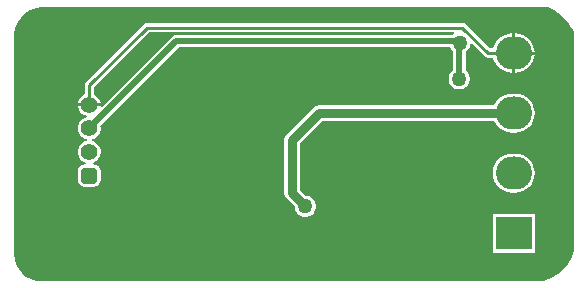
<source format=gbr>
G04*
G04 #@! TF.GenerationSoftware,Altium Limited,Altium Designer,23.0.1 (38)*
G04*
G04 Layer_Physical_Order=2*
G04 Layer_Color=16711680*
%FSLAX25Y25*%
%MOIN*%
G70*
G04*
G04 #@! TF.SameCoordinates,C317ACD7-2F99-4A28-9CC3-B5CC64B43C24*
G04*
G04*
G04 #@! TF.FilePolarity,Positive*
G04*
G01*
G75*
%ADD16C,0.01000*%
%ADD39C,0.03000*%
%ADD40C,0.02000*%
%ADD41O,0.12000X0.11000*%
%ADD42R,0.12000X0.11000*%
%ADD43C,0.05512*%
G04:AMPARAMS|DCode=44|XSize=55.12mil|YSize=55.12mil|CornerRadius=13.78mil|HoleSize=0mil|Usage=FLASHONLY|Rotation=90.000|XOffset=0mil|YOffset=0mil|HoleType=Round|Shape=RoundedRectangle|*
%AMROUNDEDRECTD44*
21,1,0.05512,0.02756,0,0,90.0*
21,1,0.02756,0.05512,0,0,90.0*
1,1,0.02756,0.01378,0.01378*
1,1,0.02756,0.01378,-0.01378*
1,1,0.02756,-0.01378,-0.01378*
1,1,0.02756,-0.01378,0.01378*
%
%ADD44ROUNDEDRECTD44*%
%ADD45C,0.05000*%
G36*
X466000Y457000D02*
X466695Y456676D01*
X468025Y455909D01*
X469282Y455029D01*
X470457Y454042D01*
X471543Y452957D01*
X472529Y451782D01*
X473409Y450525D01*
X474176Y449195D01*
X474500Y448500D01*
X474500D01*
X474500Y448500D01*
X474500Y375500D01*
X474233Y374618D01*
X473486Y372933D01*
X472539Y371352D01*
X471405Y369899D01*
X470101Y368595D01*
X468648Y367461D01*
X467067Y366514D01*
X465382Y365767D01*
X464500Y365500D01*
X297500D01*
X296268Y365500D01*
X295368Y365585D01*
X293637Y366104D01*
X292040Y366950D01*
X290638Y368091D01*
X289487Y369484D01*
X288629Y371075D01*
X288098Y372802D01*
X287915Y374600D01*
X288000Y375500D01*
X288000Y375500D01*
X288000Y447000D01*
Y447985D01*
X288384Y449917D01*
X289138Y451737D01*
X290232Y453375D01*
X291625Y454768D01*
X293263Y455862D01*
X295083Y456616D01*
X297015Y457000D01*
X298000Y457000D01*
X298000Y457000D01*
X466000Y457000D01*
D02*
G37*
%LPC*%
G36*
X454967Y448065D02*
D01*
Y442033D01*
X461449D01*
X461373Y442807D01*
X461001Y444033D01*
X460398Y445162D01*
X459585Y446151D01*
X458596Y446964D01*
X457466Y447567D01*
X456241Y447939D01*
X454967Y448065D01*
D02*
G37*
G36*
X461449Y441033D02*
X454967D01*
Y435002D01*
X456241Y435127D01*
X457466Y435499D01*
X458596Y436102D01*
X459585Y436915D01*
X460398Y437904D01*
X461001Y439034D01*
X461373Y440259D01*
X461449Y441033D01*
D02*
G37*
G36*
X437362Y451529D02*
X332177D01*
X331592Y451413D01*
X331096Y451081D01*
X311919Y431904D01*
X311587Y431408D01*
X311471Y430823D01*
Y427765D01*
X310694Y427317D01*
X309995Y426617D01*
X309500Y425761D01*
X309246Y424811D01*
X313000D01*
X316754D01*
X316500Y425761D01*
X316005Y426617D01*
X315306Y427317D01*
X314529Y427765D01*
Y430189D01*
X332811Y448471D01*
X434511D01*
X434645Y447971D01*
X434351Y447801D01*
X434089Y447539D01*
X342063D01*
X341283Y447384D01*
X340621Y446942D01*
X340621Y446942D01*
X317192Y423513D01*
X316744Y423772D01*
X316754Y423811D01*
X313000D01*
X309246D01*
X309500Y422861D01*
X309995Y422005D01*
X310694Y421306D01*
X311550Y420811D01*
X312215Y420633D01*
Y420115D01*
X311550Y419937D01*
X310694Y419443D01*
X309995Y418743D01*
X309500Y417887D01*
X309244Y416931D01*
Y415942D01*
X309500Y414987D01*
X309995Y414131D01*
X310694Y413432D01*
X311550Y412937D01*
X312215Y412759D01*
Y412241D01*
X311550Y412063D01*
X310694Y411568D01*
X309995Y410869D01*
X309500Y410013D01*
X309244Y409058D01*
Y408069D01*
X309500Y407113D01*
X309995Y406257D01*
X310694Y405557D01*
X311550Y405063D01*
X311818Y404991D01*
X311752Y404492D01*
X311622D01*
X310694Y404307D01*
X309908Y403781D01*
X309382Y402995D01*
X309197Y402067D01*
Y399311D01*
X309382Y398383D01*
X309908Y397597D01*
X310694Y397071D01*
X311622Y396886D01*
X314378D01*
X315306Y397071D01*
X316092Y397597D01*
X316618Y398383D01*
X316803Y399311D01*
Y402067D01*
X316618Y402995D01*
X316092Y403781D01*
X315306Y404307D01*
X314378Y404492D01*
X314248D01*
X314182Y404991D01*
X314450Y405063D01*
X315306Y405557D01*
X316005Y406257D01*
X316500Y407113D01*
X316756Y408069D01*
Y409058D01*
X316500Y410013D01*
X316005Y410869D01*
X315306Y411568D01*
X314450Y412063D01*
X313785Y412241D01*
Y412759D01*
X314450Y412937D01*
X315306Y413432D01*
X316005Y414131D01*
X316500Y414987D01*
X316756Y415942D01*
Y416931D01*
X316676Y417229D01*
X342908Y443461D01*
X433347D01*
X433699Y442851D01*
X434351Y442199D01*
X434374Y442186D01*
Y435821D01*
X434177Y435707D01*
X433525Y435055D01*
X433064Y434257D01*
X432826Y433367D01*
Y432446D01*
X433064Y431555D01*
X433525Y430757D01*
X434177Y430106D01*
X434975Y429645D01*
X435865Y429406D01*
X436787D01*
X437677Y429645D01*
X438475Y430106D01*
X439126Y430757D01*
X439587Y431555D01*
X439826Y432446D01*
Y433367D01*
X439587Y434257D01*
X439126Y435055D01*
X438475Y435707D01*
X438452Y435720D01*
Y442086D01*
X438649Y442199D01*
X439301Y442851D01*
X439761Y443649D01*
X439990Y444502D01*
X440224Y444639D01*
X440462Y444737D01*
X444747Y440452D01*
X445244Y440120D01*
X445829Y440004D01*
X447638D01*
X447933Y439034D01*
X448536Y437904D01*
X449348Y436915D01*
X450338Y436102D01*
X451467Y435499D01*
X452693Y435127D01*
X453967Y435002D01*
D01*
Y441533D01*
Y448065D01*
X452693Y447939D01*
X451467Y447567D01*
X450338Y446964D01*
X449348Y446151D01*
X448536Y445162D01*
X447933Y444033D01*
X447638Y443062D01*
X446462D01*
X438443Y451081D01*
X437947Y451413D01*
X437362Y451529D01*
D02*
G37*
G36*
X455000Y428031D02*
X454000D01*
X452726Y427906D01*
X451501Y427534D01*
X450371Y426931D01*
X449382Y426118D01*
X448569Y425129D01*
X447992Y424049D01*
X389500D01*
X388525Y423855D01*
X387698Y423302D01*
X378734Y414338D01*
X378181Y413511D01*
X377987Y412536D01*
Y394964D01*
X378181Y393988D01*
X378734Y393162D01*
X381500Y390395D01*
Y390039D01*
X381738Y389149D01*
X382199Y388351D01*
X382851Y387699D01*
X383649Y387239D01*
X384539Y387000D01*
X385461D01*
X386351Y387239D01*
X387149Y387699D01*
X387801Y388351D01*
X388262Y389149D01*
X388500Y390039D01*
Y390961D01*
X388262Y391851D01*
X387801Y392649D01*
X387149Y393301D01*
X386351Y393761D01*
X385461Y394000D01*
X385105D01*
X383085Y396020D01*
Y411480D01*
X390556Y418951D01*
X447992D01*
X448569Y417871D01*
X449382Y416882D01*
X450371Y416069D01*
X451501Y415466D01*
X452726Y415094D01*
X454000Y414968D01*
X455000D01*
X456274Y415094D01*
X457500Y415466D01*
X458629Y416069D01*
X459618Y416882D01*
X460431Y417871D01*
X461034Y419000D01*
X461406Y420226D01*
X461531Y421500D01*
X461406Y422774D01*
X461034Y424000D01*
X460431Y425129D01*
X459618Y426118D01*
X458629Y426931D01*
X457500Y427534D01*
X456274Y427906D01*
X455000Y428031D01*
D02*
G37*
G36*
X455006Y408025D02*
X454006D01*
X452732Y407900D01*
X451507Y407528D01*
X450378Y406924D01*
X449388Y406112D01*
X448575Y405123D01*
X447972Y403993D01*
X447600Y402768D01*
X447475Y401494D01*
X447600Y400220D01*
X447972Y398994D01*
X448575Y397865D01*
X449388Y396875D01*
X450378Y396063D01*
X451507Y395460D01*
X452732Y395088D01*
X454006Y394962D01*
X455006D01*
X456280Y395088D01*
X457506Y395460D01*
X458635Y396063D01*
X459625Y396875D01*
X460437Y397865D01*
X461040Y398994D01*
X461412Y400220D01*
X461538Y401494D01*
X461412Y402768D01*
X461040Y403993D01*
X460437Y405123D01*
X459625Y406112D01*
X458635Y406924D01*
X457506Y407528D01*
X456280Y407900D01*
X455006Y408025D01*
D02*
G37*
G36*
X461506Y387994D02*
X447506D01*
Y374994D01*
X461506D01*
Y387994D01*
D02*
G37*
%LPD*%
D16*
X445829Y441533D02*
X454467D01*
X437362Y450000D02*
X445829Y441533D01*
X332177Y450000D02*
X437362D01*
X313000Y430823D02*
X332177Y450000D01*
X313000Y424311D02*
Y430823D01*
D39*
X389500Y421500D02*
X454500D01*
X380536Y394964D02*
Y412536D01*
X389500Y421500D01*
X380536Y394964D02*
X385000Y390500D01*
D40*
X436326Y432906D02*
X436413Y432993D01*
Y444913D02*
X436500Y445000D01*
X436413Y432993D02*
Y444913D01*
X342063Y445500D02*
X436000D01*
X436500Y445000D01*
X313000Y416437D02*
X342063Y445500D01*
D41*
X454506Y401494D02*
D03*
X454500Y421500D02*
D03*
X454467Y441533D02*
D03*
D42*
X454506Y381494D02*
D03*
D43*
X313000Y424311D02*
D03*
Y416437D02*
D03*
Y408563D02*
D03*
D44*
Y400689D02*
D03*
D45*
X436326Y432906D02*
D03*
X436500Y445000D02*
D03*
X385000Y390500D02*
D03*
M02*

</source>
